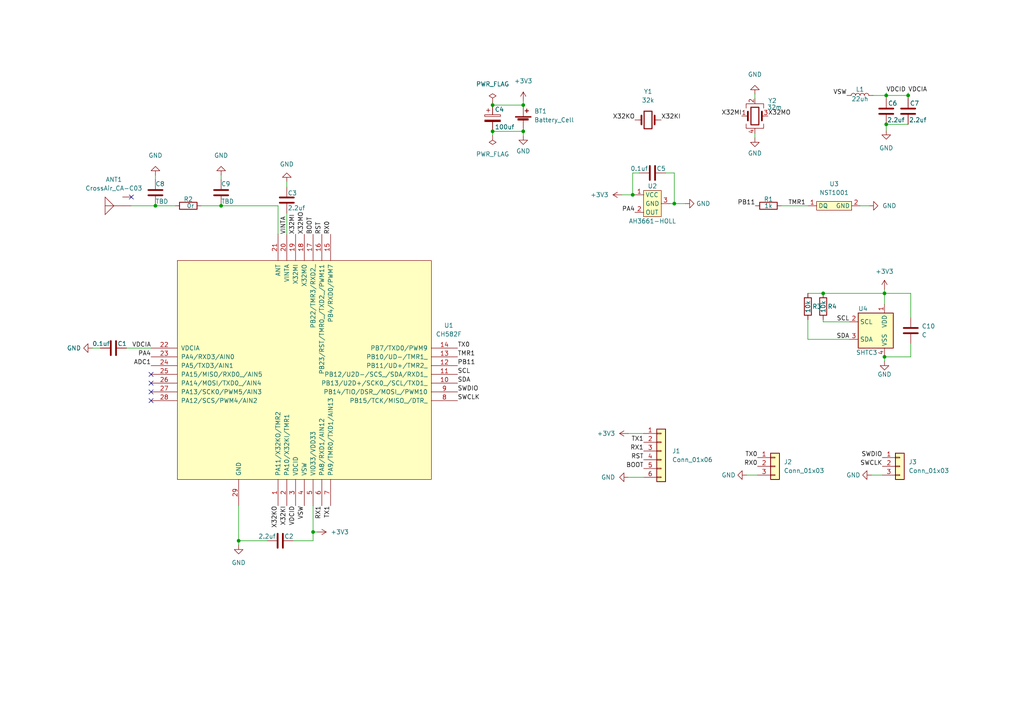
<source format=kicad_sch>
(kicad_sch (version 20211123) (generator eeschema)
  (paper "A4")
  (lib_symbols
    (symbol "Connector_Generic:Conn_01x03" (pin_names (offset 1.016) hide)
      (property "Reference" "J" (at 0 5.08 0))
      (property "Value" "Conn_01x03" (at 0 -5.08 0))
      (symbol "Conn_01x03_1_1"
        (rectangle (start -1.27 -2.413) (end 0 -2.667) (stroke (width 0.1524)))
        (rectangle (start -1.27 0.127) (end 0 -0.127) (stroke (width 0.1524)))
        (rectangle (start -1.27 2.667) (end 0 2.413) (stroke (width 0.1524)))
        (rectangle (start -1.27 3.81) (end 1.27 -3.81) (stroke (width 0.254)) (fill (type background)))
        (pin passive line (at -5.08 2.54 0) (length 3.81) (name "Pin_1") (number "1"))
        (pin passive line (at -5.08 0 0) (length 3.81) (name "Pin_2") (number "2"))
        (pin passive line (at -5.08 -2.54 0) (length 3.81) (name "Pin_3") (number "3"))
      )
    )
    (symbol "Connector_Generic:Conn_01x06" (pin_names (offset 1.016) hide)
      (property "Reference" "J" (at 0 7.62 0))
      (property "Value" "Conn_01x06" (at 0 -10.16 0))
      (symbol "Conn_01x06_1_1"
        (rectangle (start -1.27 -7.493) (end 0 -7.747) (stroke (width 0.1524)))
        (rectangle (start -1.27 -4.953) (end 0 -5.207) (stroke (width 0.1524)))
        (rectangle (start -1.27 -2.413) (end 0 -2.667) (stroke (width 0.1524)))
        (rectangle (start -1.27 0.127) (end 0 -0.127) (stroke (width 0.1524)))
        (rectangle (start -1.27 2.667) (end 0 2.413) (stroke (width 0.1524)))
        (rectangle (start -1.27 5.207) (end 0 4.953) (stroke (width 0.1524)))
        (rectangle (start -1.27 6.35) (end 1.27 -8.89) (stroke (width 0.254)) (fill (type background)))
        (pin passive line (at -5.08 5.08 0) (length 3.81) (name "Pin_1") (number "1"))
        (pin passive line (at -5.08 2.54 0) (length 3.81) (name "Pin_2") (number "2"))
        (pin passive line (at -5.08 0 0) (length 3.81) (name "Pin_3") (number "3"))
        (pin passive line (at -5.08 -2.54 0) (length 3.81) (name "Pin_4") (number "4"))
        (pin passive line (at -5.08 -5.08 0) (length 3.81) (name "Pin_5") (number "5"))
        (pin passive line (at -5.08 -7.62 0) (length 3.81) (name "Pin_6") (number "6"))
      )
    )
    (symbol "Device:Battery_Cell" (pin_numbers hide) (pin_names (offset 0) hide)
      (property "Reference" "BT" (at 2.54 2.54 0))
      (property "Value" "Battery_Cell" (at 2.54 0 0))
      (symbol "Battery_Cell_0_1"
        (rectangle (start -2.286 1.778) (end 2.286 1.524) (fill (type outline)))
        (rectangle (start -1.5748 1.1938) (end 1.4732 0.6858) (fill (type outline)))
        (polyline (pts (xy 0 0.762) (xy 0 0)))
        (polyline (pts (xy 0 1.778) (xy 0 2.54)))
        (polyline (pts (xy 0.508 3.429) (xy 1.524 3.429)) (stroke (width 0.254)))
        (polyline (pts (xy 1.016 3.937) (xy 1.016 2.921)) (stroke (width 0.254)))
      )
      (symbol "Battery_Cell_1_1"
        (pin passive line (at 0 5.08 270) (length 2.54) (name "+") (number "1"))
        (pin passive line (at 0 -2.54 90) (length 2.54) (name "-") (number "2"))
      )
    )
    (symbol "Device:C" (pin_numbers hide) (pin_names (offset 0.254))
      (property "Reference" "C" (at 0.635 2.54 0))
      (property "Value" "C" (at 0.635 -2.54 0))
      (symbol "C_0_1"
        (polyline (pts (xy -2.032 -0.762) (xy 2.032 -0.762)) (stroke (width 0.508)))
        (polyline (pts (xy -2.032 0.762) (xy 2.032 0.762)) (stroke (width 0.508)))
      )
      (symbol "C_1_1"
        (pin passive line (at 0 3.81 270) (length 2.794) (name "~") (number "1"))
        (pin passive line (at 0 -3.81 90) (length 2.794) (name "~") (number "2"))
      )
    )
    (symbol "Device:C_Polarized" (pin_numbers hide) (pin_names (offset 0.254))
      (property "Reference" "C" (at 0.635 2.54 0))
      (property "Value" "C_Polarized" (at 0.635 -2.54 0))
      (symbol "C_Polarized_0_1"
        (rectangle (start -2.286 0.508) (end 2.286 1.016))
        (polyline (pts (xy -1.778 2.286) (xy -0.762 2.286)))
        (polyline (pts (xy -1.27 2.794) (xy -1.27 1.778)))
        (rectangle (start 2.286 -0.508) (end -2.286 -1.016) (fill (type outline)))
      )
      (symbol "C_Polarized_1_1"
        (pin passive line (at 0 3.81 270) (length 2.794) (name "~") (number "1"))
        (pin passive line (at 0 -3.81 90) (length 2.794) (name "~") (number "2"))
      )
    )
    (symbol "Device:Crystal" (pin_numbers hide) (pin_names (offset 1.016) hide)
      (property "Reference" "Y" (at 0 3.81 0))
      (property "Value" "Crystal" (at 0 -3.81 0))
      (symbol "Crystal_0_1"
        (rectangle (start -1.143 2.54) (end 1.143 -2.54) (stroke (width 0.3048)))
        (polyline (pts (xy -2.54 0) (xy -1.905 0)))
        (polyline (pts (xy -1.905 -1.27) (xy -1.905 1.27)) (stroke (width 0.508)))
        (polyline (pts (xy 1.905 -1.27) (xy 1.905 1.27)) (stroke (width 0.508)))
        (polyline (pts (xy 2.54 0) (xy 1.905 0)))
      )
      (symbol "Crystal_1_1"
        (pin passive line (at -3.81 0 0) (length 1.27) (name "1") (number "1"))
        (pin passive line (at 3.81 0 180) (length 1.27) (name "2") (number "2"))
      )
    )
    (symbol "Device:Crystal_GND24" (pin_names (offset 1.016) hide)
      (property "Reference" "Y" (at 3.175 5.08 0))
      (property "Value" "Crystal_GND24" (at 3.175 3.175 0))
      (symbol "Crystal_GND24_0_1"
        (rectangle (start -1.143 2.54) (end 1.143 -2.54) (stroke (width 0.3048)))
        (polyline (pts (xy -2.54 0) (xy -2.032 0)))
        (polyline (pts (xy -2.032 -1.27) (xy -2.032 1.27)) (stroke (width 0.508)))
        (polyline (pts (xy 0 -3.81) (xy 0 -3.556)))
        (polyline (pts (xy 0 3.556) (xy 0 3.81)))
        (polyline (pts (xy 2.032 -1.27) (xy 2.032 1.27)) (stroke (width 0.508)))
        (polyline (pts (xy 2.032 0) (xy 2.54 0)))
        (polyline (pts (xy -2.54 -2.286) (xy -2.54 -3.556) (xy 2.54 -3.556) (xy 2.54 -2.286)))
        (polyline (pts (xy -2.54 2.286) (xy -2.54 3.556) (xy 2.54 3.556) (xy 2.54 2.286)))
      )
      (symbol "Crystal_GND24_1_1"
        (pin passive line (at -3.81 0 0) (length 1.27) (name "1") (number "1"))
        (pin passive line (at 0 5.08 270) (length 1.27) (name "2") (number "2"))
        (pin passive line (at 3.81 0 180) (length 1.27) (name "3") (number "3"))
        (pin passive line (at 0 -5.08 90) (length 1.27) (name "4") (number "4"))
      )
    )
    (symbol "Device:L" (pin_numbers hide) (pin_names (offset 1.016) hide)
      (property "Reference" "L" (at -1.27 0 90))
      (property "Value" "L" (at 1.905 0 90))
      (symbol "L_0_1"
        (arc (start 0 -2.54) (mid 0.635 -1.905) (end 0 -1.27))
        (arc (start 0 -1.27) (mid 0.635 -0.635) (end 0 0))
        (arc (start 0 0) (mid 0.635 0.635) (end 0 1.27))
        (arc (start 0 1.27) (mid 0.635 1.905) (end 0 2.54))
      )
      (symbol "L_1_1"
        (pin passive line (at 0 3.81 270) (length 1.27) (name "1") (number "1"))
        (pin passive line (at 0 -3.81 90) (length 1.27) (name "2") (number "2"))
      )
    )
    (symbol "Device:R" (pin_numbers hide) (pin_names (offset 0))
      (property "Reference" "R" (at 2.032 0 90))
      (property "Value" "R" (at 0 0 90))
      (symbol "R_0_1"
        (rectangle (start -1.016 -2.54) (end 1.016 2.54) (stroke (width 0.254)))
      )
      (symbol "R_1_1"
        (pin passive line (at 0 3.81 270) (length 1.27) (name "~") (number "1"))
        (pin passive line (at 0 -3.81 90) (length 1.27) (name "~") (number "2"))
      )
    )
    (symbol "Sensor_Humidity:SHTC3"
      (property "Reference" "U" (at -3.81 6.35 0))
      (property "Value" "SHTC3" (at -2.54 -6.35 0))
      (symbol "SHTC3_1_1"
        (rectangle (start -5.08 5.08) (end 5.08 -5.08) (stroke (width 0.254)) (fill (type background)))
        (pin power_in line (at 2.54 7.62 270) (length 2.54) (name "VDD") (number "1"))
        (pin input line (at -7.62 2.54 0) (length 2.54) (name "SCL") (number "2"))
        (pin bidirectional line (at -7.62 -2.54 0) (length 2.54) (name "SDA") (number "3"))
        (pin power_in line (at 2.54 -7.62 90) (length 2.54) (name "VSS") (number "4"))
        (pin no_connect line (at 5.08 0 180) (length 2.54) hide (name "NC") (number "5"))
      )
    )
    (symbol "WCH:CH582F" (pin_names (offset 1.016))
      (property "Reference" "U" (at -36.83 31.75 0))
      (property "Value" "CH582F" (at -27.94 31.75 0))
      (symbol "CH582F_0_1"
        (rectangle (start -36.83 31.75) (end 36.83 -31.75) (fill (type background)))
      )
      (symbol "CH582F_1_1"
        (pin bidirectional line (at -7.62 -39.37 90) (length 7.62) (name "PA11/X32KO/TMR2") (number "1"))
        (pin bidirectional line (at 44.45 -3.81 180) (length 7.62) (name "PB13/U2D+/SCK0_/SCL/TXD1_") (number "10"))
        (pin bidirectional line (at 44.45 -1.27 180) (length 7.62) (name "PB12/U2D-/SCS_/SDA/RXD1_") (number "11"))
        (pin bidirectional line (at 44.45 1.27 180) (length 7.62) (name "PB11/UD+/TMR2_") (number "12"))
        (pin bidirectional line (at 44.45 3.81 180) (length 7.62) (name "PB10/UD-/TMR1_") (number "13"))
        (pin bidirectional line (at 44.45 6.35 180) (length 7.62) (name "PB7/TXD0/PWM9") (number "14"))
        (pin bidirectional line (at 7.62 39.37 270) (length 7.62) (name "PB4/RXD0/PWM7") (number "15"))
        (pin bidirectional line (at 5.08 39.37 270) (length 7.62) (name "PB23/RST/TMR0_/TXD2_/PWM11") (number "16"))
        (pin bidirectional line (at 2.54 39.37 270) (length 7.62) (name "PB22/TMR3/RXD2_") (number "17"))
        (pin output line (at 0 39.37 270) (length 7.62) (name "X32MO") (number "18"))
        (pin input line (at -2.54 39.37 270) (length 7.62) (name "X32MI") (number "19"))
        (pin bidirectional line (at -5.08 -39.37 90) (length 7.62) (name "PA10/X32KI/TMR1") (number "2"))
        (pin power_in line (at -5.08 39.37 270) (length 7.62) (name "VINTA") (number "20"))
        (pin bidirectional line (at -7.62 39.37 270) (length 7.62) (name "ANT") (number "21"))
        (pin power_in line (at -44.45 6.35 0) (length 7.62) (name "VDCIA") (number "22"))
        (pin bidirectional line (at -44.45 3.81 0) (length 7.62) (name "PA4/RXD3/AIN0") (number "23"))
        (pin bidirectional line (at -44.45 1.27 0) (length 7.62) (name "PA5/TXD3/AIN1") (number "24"))
        (pin bidirectional line (at -44.45 -1.27 0) (length 7.62) (name "PA15/MISO/RXD0_/AIN5") (number "25"))
        (pin bidirectional line (at -44.45 -3.81 0) (length 7.62) (name "PA14/MOSI/TXD0_/AIN4") (number "26"))
        (pin bidirectional line (at -44.45 -6.35 0) (length 7.62) (name "PA13/SCK0/PWM5/AIN3") (number "27"))
        (pin bidirectional line (at -44.45 -8.89 0) (length 7.62) (name "PA12/SCS/PWM4/AIN2") (number "28"))
        (pin power_in line (at -19.05 -39.37 90) (length 7.62) (name "GND") (number "29"))
        (pin power_in line (at -2.54 -39.37 90) (length 7.62) (name "VDCID") (number "3"))
        (pin power_in line (at 0 -39.37 90) (length 7.62) (name "VSW") (number "4"))
        (pin power_in line (at 2.54 -39.37 90) (length 7.62) (name "VIO33/VDD33") (number "5"))
        (pin bidirectional line (at 5.08 -39.37 90) (length 7.62) (name "PA8/RXD1/AIN12") (number "6"))
        (pin bidirectional line (at 7.62 -39.37 90) (length 7.62) (name "PA9/TMR0/TXD1/AIN13") (number "7"))
        (pin bidirectional line (at 44.45 -8.89 180) (length 7.62) (name "PB15/TCK/MISO_/DTR_") (number "8"))
        (pin bidirectional line (at 44.45 -6.35 180) (length 7.62) (name "PB14/TIO/DSR_/MOSI_/PWM10") (number "9"))
      )
    )
    (symbol "my_utlis:AH3661-HOLL"
      (property "Reference" "U" (at 0 -5.08 0))
      (property "Value" "AH3661-HOLL" (at 0 -7.62 0))
      (symbol "AH3661-HOLL_0_1"
        (rectangle (start -2.54 3.81) (end 2.54 -3.81) (fill (type background)))
      )
      (symbol "AH3661-HOLL_1_1"
        (pin power_in line (at -5.08 2.54 0) (length 2.54) (name "VCC") (number "1"))
        (pin bidirectional line (at -5.08 -2.54 0) (length 2.54) (name "OUT") (number "2"))
        (pin power_in line (at 5.08 0 180) (length 2.54) (name "GND") (number "3"))
      )
    )
    (symbol "my_utlis:CrossAir_CA-C03" (pin_numbers hide) (pin_names (offset 1.016) hide)
      (property "Reference" "ANT" (at 0 10.16 0))
      (property "Value" "CrossAir_CA-C03" (at 0 15.24 0))
      (symbol "CrossAir_CA-C03_1_1"
        (polyline (pts (xy 0 5.08) (xy -2.54 7.62)) (stroke (width 0.1524)))
        (polyline (pts (xy 0 5.08) (xy 0 2.54)) (stroke (width 0.1524)))
        (polyline (pts (xy 0 7.62) (xy 0 5.08)) (stroke (width 0.1524)))
        (polyline (pts (xy 2.54 7.62) (xy -2.54 7.62)) (stroke (width 0.1524)))
        (polyline (pts (xy 2.54 7.62) (xy 0 5.08)) (stroke (width 0.1524)))
        (pin input line (at 0 0 90) (length 2.54) (name "ANT") (number "1"))
        (pin input line (at 2.54 0 90) (length 2.54) (name "2") (number "2"))
      )
    )
    (symbol "my_utlis:NST1001"
      (property "Reference" "U" (at 0 2.54 0))
      (property "Value" "NST1001" (at 0 -2.54 0))
      (symbol "NST1001_0_1"
        (rectangle (start -5.08 1.27) (end 5.08 -1.27) (fill (type background)))
        (rectangle (start 5.08 -1.27) (end 5.08 -1.27))
      )
      (symbol "NST1001_1_1"
        (pin bidirectional line (at -7.62 0 0) (length 2.54) (name "DQ") (number "1"))
        (pin power_in line (at 7.62 0 180) (length 2.54) (name "GND") (number "2"))
      )
    )
    (symbol "power:+3V3" (power) (pin_names (offset 0))
      (property "Value" "+3V3" (at 0 3.556 0))
      (symbol "+3V3_0_1"
        (polyline (pts (xy -0.762 1.27) (xy 0 2.54)))
        (polyline (pts (xy 0 0) (xy 0 2.54)))
        (polyline (pts (xy 0 2.54) (xy 0.762 1.27)))
      )
      (symbol "+3V3_1_1"
        (pin power_in line (at 0 0 90) (length 0) hide (name "+3V3") (number "1"))
      )
    )
    (symbol "power:GND" (power) (pin_names (offset 0))
      (property "Value" "GND" (at 0 -3.81 0))
      (symbol "GND_0_1"
        (polyline (pts (xy 0 0) (xy 0 -1.27) (xy 1.27 -1.27) (xy 0 -2.54) (xy -1.27 -1.27) (xy 0 -1.27)))
      )
      (symbol "GND_1_1"
        (pin power_in line (at 0 0 270) (length 0) hide (name "GND") (number "1"))
      )
    )
    (symbol "power:PWR_FLAG" (power) (pin_numbers hide) (pin_names (offset 0) hide)
      (property "Value" "PWR_FLAG" (at 0 3.81 0))
      (symbol "PWR_FLAG_0_0"
        (pin power_out line (at 0 0 90) (length 0) (name "pwr") (number "1"))
      )
      (symbol "PWR_FLAG_0_1"
        (polyline (pts (xy 0 0) (xy 0 1.27) (xy -1.016 1.905) (xy 0 2.54) (xy 1.016 1.905) (xy 0 1.27)))
      )
    )
  )
  (junction (at 90.805 154.305))
  (junction (at 151.765 38.1))
  (junction (at 257.048 27.686))
  (junction (at 142.875 30.48))
  (junction (at 69.215 156.845))
  (junction (at 256.54 85.09))
  (junction (at 64.135 59.69))
  (junction (at 151.765 30.48))
  (junction (at 238.76 85.09))
  (junction (at 142.875 38.1))
  (junction (at 256.54 103.505))
  (junction (at 183.515 56.515))
  (junction (at 263.398 27.686))
  (junction (at 195.58 59.055))
  (junction (at 45.085 59.69))
  (junction (at 257.048 36.068))
  (no_connect (at 38.1 57.15))
  (no_connect (at 43.815 108.585))
  (no_connect (at 43.815 111.125))
  (no_connect (at 43.815 113.665))
  (no_connect (at 43.815 116.205))
  (wire (pts (xy 90.805 146.685) (xy 90.805 154.305)))
  (wire (pts (xy 238.76 93.345) (xy 246.38 93.345)))
  (wire (pts (xy 151.765 29.21) (xy 151.765 30.48)))
  (wire (pts (xy 195.58 50.165) (xy 195.58 59.055)))
  (wire (pts (xy 218.948 38.735) (xy 218.948 40.005)))
  (wire (pts (xy 183.515 50.165) (xy 183.515 56.515)))
  (wire (pts (xy 246.38 98.425) (xy 234.315 98.425)))
  (wire (pts (xy 83.185 61.849) (xy 83.185 67.945)))
  (wire (pts (xy 182.245 125.73) (xy 186.69 125.73)))
  (wire (pts (xy 64.135 50.8) (xy 64.135 52.07)))
  (wire (pts (xy 234.315 98.425) (xy 234.315 92.71)))
  (wire (pts (xy 253.238 27.686) (xy 257.048 27.686)))
  (wire (pts (xy 185.42 50.165) (xy 183.515 50.165)))
  (wire (pts (xy 257.048 26.924) (xy 257.048 27.686)))
  (wire (pts (xy 256.54 103.505) (xy 256.54 104.775)))
  (wire (pts (xy 226.695 59.69) (xy 234.315 59.69)))
  (wire (pts (xy 69.215 156.845) (xy 69.215 158.115)))
  (wire (pts (xy 69.215 156.845) (xy 77.47 156.845)))
  (wire (pts (xy 263.398 27.686) (xy 263.398 28.448)))
  (wire (pts (xy 26.797 100.965) (xy 29.083 100.965)))
  (wire (pts (xy 142.875 38.1) (xy 151.765 38.1)))
  (wire (pts (xy 256.54 85.09) (xy 256.54 83.82)))
  (wire (pts (xy 182.245 138.43) (xy 186.69 138.43)))
  (wire (pts (xy 36.703 100.965) (xy 43.815 100.965)))
  (wire (pts (xy 180.34 56.515) (xy 183.515 56.515)))
  (wire (pts (xy 264.16 99.695) (xy 264.16 103.505)))
  (wire (pts (xy 256.54 85.09) (xy 256.54 88.265)))
  (wire (pts (xy 238.76 85.09) (xy 256.54 85.09)))
  (wire (pts (xy 216.535 137.795) (xy 219.71 137.795)))
  (wire (pts (xy 264.16 92.075) (xy 264.16 85.09)))
  (wire (pts (xy 193.04 50.165) (xy 195.58 50.165)))
  (wire (pts (xy 264.16 85.09) (xy 256.54 85.09)))
  (wire (pts (xy 83.185 52.705) (xy 83.185 54.229)))
  (wire (pts (xy 257.048 37.846) (xy 257.048 36.068)))
  (wire (pts (xy 257.048 36.068) (xy 263.398 36.068)))
  (wire (pts (xy 195.58 59.055) (xy 198.755 59.055)))
  (wire (pts (xy 142.875 38.1) (xy 142.875 39.37)))
  (wire (pts (xy 151.765 38.1) (xy 151.765 39.37)))
  (wire (pts (xy 90.805 154.305) (xy 92.075 154.305)))
  (wire (pts (xy 45.085 50.8) (xy 45.085 52.07)))
  (wire (pts (xy 218.948 27.305) (xy 218.948 28.575)))
  (wire (pts (xy 45.085 59.69) (xy 50.8 59.69)))
  (wire (pts (xy 142.875 29.718) (xy 142.875 30.48)))
  (wire (pts (xy 69.215 146.685) (xy 69.215 156.845)))
  (wire (pts (xy 80.645 59.69) (xy 80.645 67.945)))
  (wire (pts (xy 234.315 85.09) (xy 238.76 85.09)))
  (wire (pts (xy 263.398 26.924) (xy 263.398 27.686)))
  (wire (pts (xy 238.76 92.71) (xy 238.76 93.345)))
  (wire (pts (xy 58.42 59.69) (xy 64.135 59.69)))
  (wire (pts (xy 264.16 103.505) (xy 256.54 103.505)))
  (wire (pts (xy 85.09 156.845) (xy 90.805 156.845)))
  (wire (pts (xy 183.515 56.515) (xy 184.15 56.515)))
  (wire (pts (xy 142.875 30.48) (xy 151.765 30.48)))
  (wire (pts (xy 249.555 59.69) (xy 252.095 59.69)))
  (wire (pts (xy 64.135 59.69) (xy 80.645 59.69)))
  (wire (pts (xy 252.73 137.795) (xy 255.905 137.795)))
  (wire (pts (xy 257.048 27.686) (xy 263.398 27.686)))
  (wire (pts (xy 194.31 59.055) (xy 195.58 59.055)))
  (wire (pts (xy 257.048 27.686) (xy 257.048 28.448)))
  (wire (pts (xy 90.805 156.845) (xy 90.805 154.305)))
  (wire (pts (xy 38.1 59.69) (xy 45.085 59.69)))
  (label "X32KO" (at 80.645 146.685 270))
  (label "X32MO" (at 88.265 67.945 90))
  (label "SWDIO" (at 132.715 113.665 0))
  (label "RST" (at 186.69 133.35 180))
  (label "TX1" (at 186.69 128.27 180))
  (label "TX0" (at 132.715 100.965 0))
  (label "SWCLK" (at 132.715 116.205 0))
  (label "X32KI" (at 83.185 146.685 270))
  (label "RST" (at 93.345 67.945 90))
  (label "SCL" (at 246.38 93.345 180))
  (label "X32KO" (at 184.15 34.798 180))
  (label "PB11" (at 219.075 59.69 180))
  (label "SDA" (at 132.715 111.125 0))
  (label "ADC1" (at 43.815 106.045 180))
  (label "TMR1" (at 132.715 103.505 0))
  (label "VDCIA" (at 263.398 26.924 0))
  (label "VDCID" (at 85.725 146.685 270))
  (label "RX0" (at 219.71 135.255 180))
  (label "X32MO" (at 222.758 33.655 0))
  (label "VSW" (at 245.618 27.686 180))
  (label "TMR1" (at 228.6 59.69 0))
  (label "X32KI" (at 191.77 34.798 0))
  (label "RX1" (at 93.345 146.685 270))
  (label "VDCIA" (at 43.815 100.965 180))
  (label "X32MI" (at 215.138 33.655 180))
  (label "BOOT" (at 90.805 67.945 90))
  (label "PB11" (at 132.715 106.045 0))
  (label "PA4" (at 43.815 103.505 180))
  (label "VDCID" (at 257.048 26.924 0))
  (label "X32MI" (at 85.725 67.945 90))
  (label "RX0" (at 95.885 67.945 90))
  (label "PA4" (at 184.15 61.595 180))
  (label "VSW" (at 88.265 146.685 270))
  (label "TX1" (at 95.885 146.685 270))
  (label "SDA" (at 246.38 98.425 180))
  (label "VINTA" (at 83.185 67.945 90))
  (label "TX0" (at 219.71 132.715 180))
  (label "SWDIO" (at 255.905 132.715 180))
  (label "RX1" (at 186.69 130.81 180))
  (label "SWCLK" (at 255.905 135.255 180))
  (label "BOOT" (at 186.69 135.89 180))
  (label "SCL" (at 132.715 108.585 0))
  (symbol (lib_id "power:PWR_FLAG") (at 142.875 39.37 180) (unit 1)
    (property "Reference" "#FLG02" (effects hide))
    (property "Value" "PWR_FLAG" (at 142.875 44.704 0))
  )
  (symbol (lib_id "power:+3V3") (at 182.245 125.73 90) (unit 1)
    (property "Reference" "#PWR015" (effects hide))
    (property "Value" "+3V3" (at 178.435 125.7299 90) (effects (justify left)))
  )
  (symbol (lib_id "power:+3V3") (at 92.075 154.305 270) (unit 1)
    (property "Reference" "#PWR04" (effects hide))
    (property "Value" "+3V3" (at 95.885 154.3049 90) (effects (justify left)))
  )
  (symbol (lib_id "Device:Crystal_GND24") (at 218.948 33.655 0) (unit 1)
    (property "Reference" "Y2" (at 224.028 29.21 0))
    (property "Value" "32m" (at 224.663 31.115 0))
    (property "Footprint" "Crystal:Crystal_SMD_3225-4Pin_3.2x2.5mm" (effects hide))
  )
  (symbol (lib_id "Device:L") (at 249.428 27.686 90) (unit 1)
    (property "Reference" "L1" (at 249.428 25.908 90))
    (property "Value" "22uh" (at 249.428 28.702 90))
    (property "Footprint" "Inductor_SMD:L_0805_2012Metric" (effects hide))
  )
  (symbol (lib_id "Sensor_Humidity:SHTC3") (at 254 95.885 0) (unit 1)
    (property "Reference" "U4" (at 248.92 89.535 0) (effects (justify left)))
    (property "Value" "SHTC3" (at 248.285 102.235 0) (effects (justify left)))
    (property "Footprint" "Sensor_Humidity:Sensirion_DFN-4-1EP_2x2mm_P1mm_EP0.7x1.6mm" (effects hide))
    (property "Datasheet" "https://www.sensirion.com/fileadmin/user_upload/customers/sensirion/Dokumente/0_Datasheets/Humidity/Sensirion_Humidity_Sensors_SHTC3_Datasheet.pdf" (effects hide))
  )
  (symbol (lib_id "Device:R") (at 222.885 59.69 90) (unit 1)
    (property "Reference" "R1" (at 222.885 57.785 90))
    (property "Value" "1k" (at 222.885 59.69 90))
    (property "Footprint" "Resistor_SMD:R_0603_1608Metric" (effects hide))
  )
  (symbol (lib_id "Device:C") (at 83.185 58.039 0) (unit 1)
    (property "Reference" "C3" (at 83.439 56.007 0) (effects (justify left)))
    (property "Value" "2.2uf" (at 83.439 60.325 0) (effects (justify left)))
    (property "Footprint" "Capacitor_SMD:C_0603_1608Metric" (effects hide))
  )
  (symbol (lib_id "Connector_Generic:Conn_01x03") (at 260.985 135.255 0) (unit 1)
    (property "Reference" "J3" (at 263.525 133.9849 0) (effects (justify left)))
    (property "Value" "Conn_01x03" (at 263.525 136.5249 0) (effects (justify left)))
    (property "Footprint" "Connector_PinHeader_2.54mm:PinHeader_1x03_P2.54mm_Vertical" (effects hide))
  )
  (symbol (lib_id "power:+3V3") (at 180.34 56.515 90) (unit 1)
    (property "Reference" "#PWR07" (effects hide))
    (property "Value" "+3V3" (at 176.53 56.5149 90) (effects (justify left)))
  )
  (symbol (lib_id "my_utlis:NST1001") (at 241.935 59.69 0) (unit 1)
    (property "Reference" "U3" (at 241.935 53.34 0))
    (property "Value" "NST1001" (at 241.935 55.88 0))
    (property "Footprint" "my_utils:DFN-2L_L1.6-W0.8-P0.85-L" (effects hide))
  )
  (symbol (lib_id "Device:C_Polarized") (at 142.875 34.29 0) (unit 1)
    (property "Reference" "C4" (at 143.51 31.75 0) (effects (justify left)))
    (property "Value" "100uf" (at 143.51 36.83 0) (effects (justify left)))
    (property "Footprint" "Capacitor_Tantalum_SMD:CP_EIA-3528-21_Kemet-B" (effects hide))
  )
  (symbol (lib_id "Device:C") (at 189.23 50.165 90) (unit 1)
    (property "Reference" "C5" (at 191.77 48.895 90))
    (property "Value" "0.1uf" (at 185.42 48.895 90))
    (property "Footprint" "Capacitor_SMD:C_0603_1608Metric" (effects hide))
  )
  (symbol (lib_id "power:GND") (at 218.948 40.005 0) (unit 1)
    (property "Reference" "#PWR010" (effects hide))
    (property "Value" "GND" (at 218.948 44.45 0))
  )
  (symbol (lib_id "power:GND") (at 218.948 27.305 180) (unit 1)
    (property "Reference" "#PWR09" (effects hide))
    (property "Value" "GND" (at 218.948 21.59 0))
  )
  (symbol (lib_id "power:+3V3") (at 256.54 83.82 0) (unit 1)
    (property "Reference" "#PWR019" (effects hide))
    (property "Value" "+3V3" (at 256.54 78.74 0))
  )
  (symbol (lib_id "my_utlis:CrossAir_CA-C03") (at 38.1 59.69 90) (unit 1)
    (property "Reference" "ANT1" (at 33.02 52.07 90))
    (property "Value" "CrossAir_CA-C03" (at 33.02 54.61 90))
    (property "Footprint" "my_utils:CA-C03" (effects hide))
    (property "uuid" "std:9c1a1baa6ec2402887c0b90ff538c209" (effects hide))
  )
  (symbol (lib_id "Device:C") (at 64.135 55.88 0) (unit 1)
    (property "Reference" "C9" (at 64.135 53.34 0) (effects (justify left)))
    (property "Value" "TBD" (at 64.135 58.42 0) (effects (justify left)))
    (property "Footprint" "Capacitor_SMD:C_0402_1005Metric" (effects hide))
  )
  (symbol (lib_id "power:GND") (at 256.54 104.775 0) (unit 1)
    (property "Reference" "#PWR020" (effects hide))
    (property "Value" "GND" (at 256.54 108.585 0))
  )
  (symbol (lib_id "my_utlis:AH3661-HOLL") (at 189.23 59.055 0) (unit 1)
    (property "Reference" "U2" (at 189.23 53.975 0))
    (property "Value" "AH3661-HOLL" (at 189.23 64.135 0))
    (property "Footprint" "Package_TO_SOT_SMD:SOT-23" (effects hide))
  )
  (symbol (lib_id "power:GND") (at 257.048 37.846 0) (unit 1)
    (property "Reference" "#PWR011" (effects hide))
    (property "Value" "GND" (at 257.048 42.926 0))
  )
  (symbol (lib_id "Device:C") (at 257.048 32.258 0) (unit 1)
    (property "Reference" "C6" (at 257.556 29.972 0) (effects (justify left)))
    (property "Value" "2.2uf" (at 257.302 34.798 0) (effects (justify left)))
    (property "Footprint" "Capacitor_SMD:C_0603_1608Metric" (effects hide))
  )
  (symbol (lib_id "Device:Crystal") (at 187.96 34.798 0) (unit 1)
    (property "Reference" "Y1" (at 187.96 26.543 0))
    (property "Value" "32k" (at 187.96 29.083 0))
    (property "Footprint" "Crystal:Crystal_SMD_3215-2Pin_3.2x1.5mm" (effects hide))
  )
  (symbol (lib_id "Device:R") (at 54.61 59.69 90) (unit 1)
    (property "Reference" "R2" (at 54.61 57.785 90))
    (property "Value" "0r" (at 55.245 59.69 90))
    (property "Footprint" "Resistor_SMD:R_0402_1005Metric" (effects hide))
  )
  (symbol (lib_id "power:GND") (at 64.135 50.8 180) (unit 1)
    (property "Reference" "#PWR014" (effects hide))
    (property "Value" "GND" (at 64.135 45.085 0))
  )
  (symbol (lib_id "Connector_Generic:Conn_01x06") (at 191.77 130.81 0) (unit 1)
    (property "Reference" "J1" (at 194.945 130.8099 0) (effects (justify left)))
    (property "Value" "Conn_01x06" (at 194.945 133.3499 0) (effects (justify left)))
    (property "Footprint" "Connector_PinHeader_2.54mm:PinHeader_1x06_P2.54mm_Vertical" (effects hide))
  )
  (symbol (lib_id "power:GND") (at 216.535 137.795 270) (unit 1)
    (property "Reference" "#PWR017" (effects hide))
    (property "Value" "GND" (at 213.36 137.7949 90) (effects (justify right)))
  )
  (symbol (lib_id "power:GND") (at 45.085 50.8 180) (unit 1)
    (property "Reference" "#PWR013" (effects hide))
    (property "Value" "GND" (at 45.085 45.085 0))
  )
  (symbol (lib_id "Connector_Generic:Conn_01x03") (at 224.79 135.255 0) (unit 1)
    (property "Reference" "J2" (at 227.33 133.9849 0) (effects (justify left)))
    (property "Value" "Conn_01x03" (at 227.33 136.5249 0) (effects (justify left)))
    (property "Footprint" "Connector_PinHeader_2.54mm:PinHeader_1x03_P2.54mm_Vertical" (effects hide))
  )
  (symbol (lib_id "Device:C") (at 263.398 32.258 0) (unit 1)
    (property "Reference" "C7" (at 263.906 29.972 0) (effects (justify left)))
    (property "Value" "2.2uf" (at 263.652 34.798 0) (effects (justify left)))
    (property "Footprint" "Capacitor_SMD:C_0603_1608Metric" (effects hide))
  )
  (symbol (lib_id "power:GND") (at 151.765 39.37 0) (unit 1)
    (property "Reference" "#PWR06" (effects hide))
    (property "Value" "GND" (at 151.765 43.815 0))
  )
  (symbol (lib_id "power:GND") (at 69.215 158.115 0) (unit 1)
    (property "Reference" "#PWR02" (effects hide))
    (property "Value" "GND" (at 69.215 163.195 0))
  )
  (symbol (lib_id "Device:Battery_Cell") (at 151.765 35.56 0) (unit 1)
    (property "Reference" "BT1" (at 154.94 32.2579 0) (effects (justify left)))
    (property "Value" "Battery_Cell" (at 154.94 34.7979 0) (effects (justify left)))
    (property "Footprint" "my_utils:BAT-TH_CR2032-BS-6-1" (effects hide))
  )
  (symbol (lib_id "power:+3V3") (at 151.765 29.21 0) (unit 1)
    (property "Reference" "#PWR05" (effects hide))
    (property "Value" "+3V3" (at 151.765 23.495 0))
  )
  (symbol (lib_id "power:PWR_FLAG") (at 142.875 29.718 0) (unit 1)
    (property "Reference" "#FLG01" (effects hide))
    (property "Value" "PWR_FLAG" (at 142.875 24.384 0))
  )
  (symbol (lib_id "power:GND") (at 252.095 59.69 90) (unit 1)
    (property "Reference" "#PWR012" (effects hide))
    (property "Value" "GND" (at 255.905 59.6899 90) (effects (justify right)))
  )
  (symbol (lib_id "WCH:CH582F") (at 88.265 107.315 0) (unit 1)
    (property "Reference" "U1" (at 130.175 94.3862 0))
    (property "Value" "CH582F" (at 130.175 96.9262 0))
    (property "Footprint" "Package_DFN_QFN:QFN-28-1EP_4x4mm_P0.4mm_EP2.3x2.3mm" (effects hide))
    (property "description" "RISC-V MCU with BLE/2*USB/ADC/PWM/SPI/I2C/4*UART" (effects hide))
    (property "Comment" "*" (effects hide))
  )
  (symbol (lib_id "power:GND") (at 26.797 100.965 270) (unit 1)
    (property "Reference" "#PWR01" (effects hide))
    (property "Value" "GND" (at 23.495 100.9649 90) (effects (justify right)))
  )
  (symbol (lib_id "power:GND") (at 182.245 138.43 270) (unit 1)
    (property "Reference" "#PWR016" (effects hide))
    (property "Value" "GND" (at 178.435 138.4299 90) (effects (justify right)))
  )
  (symbol (lib_id "Device:C") (at 264.16 95.885 0) (unit 1)
    (property "Reference" "C10" (at 267.335 94.6149 0) (effects (justify left)))
    (property "Value" "C" (at 267.335 97.1549 0) (effects (justify left)))
    (property "Footprint" "Capacitor_SMD:C_0603_1608Metric" (effects hide))
  )
  (symbol (lib_id "Device:C") (at 32.893 100.965 90) (unit 1)
    (property "Reference" "C1" (at 35.433 99.695 90))
    (property "Value" "0.1uf" (at 29.337 99.695 90))
    (property "Footprint" "Capacitor_SMD:C_0603_1608Metric" (effects hide))
  )
  (symbol (lib_id "power:GND") (at 198.755 59.055 90) (unit 1)
    (property "Reference" "#PWR08" (effects hide))
    (property "Value" "GND" (at 201.93 59.0549 90) (effects (justify right)))
  )
  (symbol (lib_id "power:GND") (at 83.185 52.705 180) (unit 1)
    (property "Reference" "#PWR03" (effects hide))
    (property "Value" "GND" (at 83.185 47.625 0))
  )
  (symbol (lib_id "power:GND") (at 252.73 137.795 270) (unit 1)
    (property "Reference" "#PWR018" (effects hide))
    (property "Value" "GND" (at 249.555 137.7949 90) (effects (justify right)))
  )
  (symbol (lib_id "Device:C") (at 81.28 156.845 90) (unit 1)
    (property "Reference" "C2" (at 83.82 155.575 90))
    (property "Value" "2.2uf" (at 77.47 155.575 90))
    (property "Footprint" "Capacitor_SMD:C_0603_1608Metric" (effects hide))
  )
  (symbol (lib_id "Device:R") (at 238.76 88.9 0) (unit 1)
    (property "Reference" "R4" (at 240.03 88.9 0) (effects (justify left)))
    (property "Value" "10k" (at 238.76 90.805 90) (effects (justify left)))
    (property "Footprint" "Resistor_SMD:R_0603_1608Metric" (effects hide))
  )
  (symbol (lib_id "Device:R") (at 234.315 88.9 0) (unit 1)
    (property "Reference" "R3" (at 235.585 88.9 0) (effects (justify left)))
    (property "Value" "10k" (at 234.315 90.805 90) (effects (justify left)))
    (property "Footprint" "Resistor_SMD:R_0603_1608Metric" (effects hide))
  )
  (symbol (lib_id "Device:C") (at 45.085 55.88 0) (unit 1)
    (property "Reference" "C8" (at 45.085 53.34 0) (effects (justify left)))
    (property "Value" "TBD" (at 45.085 58.42 0) (effects (justify left)))
    (property "Footprint" "Capacitor_SMD:C_0402_1005Metric" (effects hide))
  )
)
</source>
